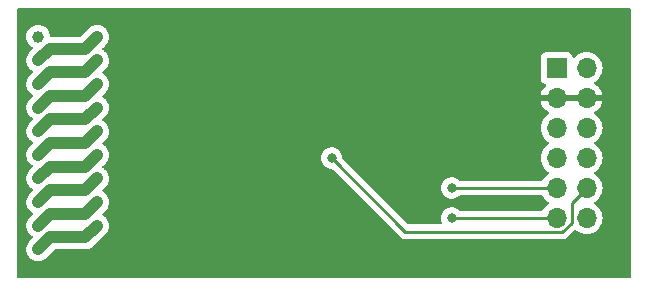
<source format=gbr>
%TF.GenerationSoftware,KiCad,Pcbnew,7.0.1*%
%TF.CreationDate,2023-03-26T17:19:44+02:00*%
%TF.ProjectId,RA01_868_PMOD,52413031-5f38-4363-985f-504d4f442e6b,rev?*%
%TF.SameCoordinates,Original*%
%TF.FileFunction,Copper,L2,Bot*%
%TF.FilePolarity,Positive*%
%FSLAX46Y46*%
G04 Gerber Fmt 4.6, Leading zero omitted, Abs format (unit mm)*
G04 Created by KiCad (PCBNEW 7.0.1) date 2023-03-26 17:19:44*
%MOMM*%
%LPD*%
G01*
G04 APERTURE LIST*
%TA.AperFunction,EtchedComponent*%
%ADD10C,1.000000*%
%TD*%
%TA.AperFunction,ComponentPad*%
%ADD11R,1.700000X1.700000*%
%TD*%
%TA.AperFunction,ComponentPad*%
%ADD12O,1.700000X1.700000*%
%TD*%
%TA.AperFunction,ComponentPad*%
%ADD13C,1.000000*%
%TD*%
%TA.AperFunction,ViaPad*%
%ADD14C,0.800000*%
%TD*%
%TA.AperFunction,Conductor*%
%ADD15C,0.250000*%
%TD*%
G04 APERTURE END LIST*
D10*
%TO.C,AE1*%
X105960000Y-58530000D02*
X106960000Y-57530000D01*
X106960000Y-57530000D02*
X109960000Y-57530000D01*
X109960000Y-57530000D02*
X110960000Y-56530000D01*
X105960000Y-56530000D02*
X106960000Y-55530000D01*
X106960000Y-55530000D02*
X109960000Y-55530000D01*
X109960000Y-55530000D02*
X110960000Y-54530000D01*
X105960000Y-54530000D02*
X106960000Y-53530000D01*
X106960000Y-53530000D02*
X109960000Y-53530000D01*
X109960000Y-53530000D02*
X110960000Y-52530000D01*
X105960000Y-52530000D02*
X106960000Y-51530000D01*
X106960000Y-51530000D02*
X109960000Y-51530000D01*
X109960000Y-51530000D02*
X110960000Y-50530000D01*
X105960000Y-50530000D02*
X106960000Y-49530000D01*
X106960000Y-49530000D02*
X109960000Y-49530000D01*
X109960000Y-49530000D02*
X110960000Y-48530000D01*
X105960000Y-48530000D02*
X106960000Y-47530000D01*
X106960000Y-47530000D02*
X109960000Y-47530000D01*
X109960000Y-47530000D02*
X110960000Y-46530000D01*
X105960000Y-46530000D02*
X106960000Y-45530000D01*
X106960000Y-45530000D02*
X109960000Y-45530000D01*
X109960000Y-45530000D02*
X110960000Y-44530000D01*
X105960000Y-44530000D02*
X106960000Y-43530000D01*
X106960000Y-43530000D02*
X109960000Y-43530000D01*
X109960000Y-43530000D02*
X110960000Y-42530000D01*
X105960000Y-42530000D02*
X106960000Y-41530000D01*
X106960000Y-41530000D02*
X109960000Y-41530000D01*
X109960000Y-41530000D02*
X110960000Y-40530000D01*
%TD*%
D11*
%TO.P,J1,1,Pin_1*%
%TO.N,VCC*%
X149860000Y-43180000D03*
D12*
%TO.P,J1,2,Pin_2*%
X152400000Y-43180000D03*
%TO.P,J1,3,Pin_3*%
%TO.N,GND*%
X149860000Y-45720000D03*
%TO.P,J1,4,Pin_4*%
X152400000Y-45720000D03*
%TO.P,J1,5,Pin_5*%
%TO.N,SCK*%
X149860000Y-48260000D03*
%TO.P,J1,6,Pin_6*%
%TO.N,unconnected-(J1-Pin_6-Pad6)*%
X152400000Y-48260000D03*
%TO.P,J1,7,Pin_7*%
%TO.N,MISO*%
X149860000Y-50800000D03*
%TO.P,J1,8,Pin_8*%
%TO.N,unconnected-(J1-Pin_8-Pad8)*%
X152400000Y-50800000D03*
%TO.P,J1,9,Pin_9*%
%TO.N,MOSI*%
X149860000Y-53340000D03*
%TO.P,J1,10,Pin_10*%
%TO.N,nRESET*%
X152400000Y-53340000D03*
%TO.P,J1,11,Pin_11*%
%TO.N,nCS*%
X149860000Y-55880000D03*
%TO.P,J1,12,Pin_12*%
%TO.N,DIO0*%
X152400000Y-55880000D03*
%TD*%
D13*
%TO.P,AE1,*%
%TO.N,*%
X105960000Y-58530000D03*
X105960000Y-56530000D03*
X110960000Y-56530000D03*
X105960000Y-54530000D03*
X110960000Y-54530000D03*
X105960000Y-52530000D03*
X110960000Y-52530000D03*
X105960000Y-50530000D03*
X110960000Y-50530000D03*
X105960000Y-48530000D03*
X110960000Y-48530000D03*
X105960000Y-46530000D03*
X110960000Y-46530000D03*
X105960000Y-44530000D03*
X110960000Y-44530000D03*
X105960000Y-42530000D03*
X110960000Y-42530000D03*
X105960000Y-40530000D03*
X110960000Y-40530000D03*
%TD*%
D14*
%TO.N,nRESET*%
X130810000Y-50800000D03*
%TO.N,nCS*%
X140970000Y-55880000D03*
%TO.N,MOSI*%
X140970000Y-53340000D03*
%TD*%
D15*
%TO.N,nRESET*%
X151130000Y-54610000D02*
X152400000Y-53340000D01*
X151130000Y-56271701D02*
X151130000Y-54610000D01*
X130810000Y-50800000D02*
X137065000Y-57055000D01*
X137065000Y-57055000D02*
X150346701Y-57055000D01*
X150346701Y-57055000D02*
X151130000Y-56271701D01*
%TO.N,nCS*%
X149860000Y-55880000D02*
X140970000Y-55880000D01*
%TO.N,MOSI*%
X149860000Y-53340000D02*
X140970000Y-53340000D01*
%TD*%
%TA.AperFunction,Conductor*%
%TO.N,GND*%
G36*
X156121500Y-38142381D02*
G01*
X156167619Y-38188500D01*
X156184500Y-38251500D01*
X156184500Y-60808500D01*
X156167619Y-60871500D01*
X156121500Y-60917619D01*
X156058500Y-60934500D01*
X104291500Y-60934500D01*
X104228500Y-60917619D01*
X104182381Y-60871500D01*
X104165500Y-60808500D01*
X104165500Y-58529999D01*
X104954658Y-58529999D01*
X104954678Y-58530194D01*
X104954920Y-58552089D01*
X104954662Y-58555471D01*
X104965491Y-58640504D01*
X104965893Y-58644070D01*
X104973976Y-58726136D01*
X104975074Y-58729756D01*
X104979485Y-58750391D01*
X104980368Y-58757323D01*
X105006940Y-58835062D01*
X105008286Y-58839238D01*
X105031186Y-58914727D01*
X105034662Y-58921231D01*
X105042761Y-58939860D01*
X105046183Y-58949872D01*
X105086025Y-59017553D01*
X105088563Y-59022074D01*
X105124091Y-59088539D01*
X105131045Y-59097014D01*
X105142223Y-59113021D01*
X105149405Y-59125221D01*
X105149409Y-59125225D01*
X105149410Y-59125227D01*
X105199704Y-59180894D01*
X105203569Y-59185382D01*
X105249117Y-59240883D01*
X105249119Y-59240885D01*
X105260360Y-59250111D01*
X105273913Y-59263034D01*
X105282204Y-59272210D01*
X105285821Y-59276213D01*
X105331020Y-59309403D01*
X105343389Y-59318486D01*
X105348735Y-59322638D01*
X105401462Y-59365910D01*
X105417456Y-59374459D01*
X105432631Y-59384017D01*
X105446054Y-59393874D01*
X105449833Y-59396649D01*
X105511491Y-59424980D01*
X105518268Y-59428344D01*
X105575273Y-59458814D01*
X105596063Y-59465120D01*
X105612077Y-59471195D01*
X105634732Y-59481605D01*
X105697364Y-59496139D01*
X105705409Y-59498290D01*
X105763868Y-59516024D01*
X105780865Y-59517697D01*
X105789038Y-59518503D01*
X105805172Y-59521157D01*
X105832946Y-59527603D01*
X105893669Y-59529141D01*
X105902779Y-59529705D01*
X105950458Y-59534401D01*
X105959998Y-59535341D01*
X105959998Y-59535340D01*
X105960000Y-59535341D01*
X105988740Y-59532509D01*
X106004272Y-59531943D01*
X106036363Y-59532757D01*
X106081865Y-59524601D01*
X106092602Y-59522677D01*
X106102481Y-59521308D01*
X106130961Y-59518503D01*
X106156132Y-59516024D01*
X106173689Y-59510697D01*
X106187200Y-59506599D01*
X106201555Y-59503148D01*
X106236650Y-59496859D01*
X106238465Y-59496134D01*
X106286396Y-59476987D01*
X106296530Y-59473433D01*
X106344727Y-59458814D01*
X106376522Y-59441818D01*
X106389156Y-59435940D01*
X106425617Y-59421377D01*
X106467355Y-59393867D01*
X106477280Y-59387961D01*
X106518538Y-59365910D01*
X106549164Y-59340774D01*
X106559755Y-59332971D01*
X106595519Y-59309402D01*
X106628344Y-59276575D01*
X106637475Y-59268299D01*
X106670883Y-59240883D01*
X106698299Y-59207475D01*
X106706574Y-59198345D01*
X107337516Y-58567404D01*
X107378394Y-58540091D01*
X107426612Y-58530500D01*
X109945672Y-58530500D01*
X109948862Y-58530539D01*
X110036363Y-58532757D01*
X110094354Y-58522362D01*
X110103833Y-58521034D01*
X110139656Y-58517390D01*
X110162438Y-58515074D01*
X110191349Y-58506002D01*
X110206824Y-58502204D01*
X110236653Y-58496858D01*
X110291356Y-58475006D01*
X110300374Y-58471796D01*
X110314086Y-58467493D01*
X110356588Y-58454159D01*
X110383089Y-58439448D01*
X110397477Y-58432616D01*
X110425617Y-58421377D01*
X110474830Y-58388942D01*
X110482966Y-58384013D01*
X110534502Y-58355409D01*
X110557493Y-58335670D01*
X110570216Y-58326077D01*
X110595519Y-58309402D01*
X110637197Y-58267722D01*
X110644178Y-58261253D01*
X110688895Y-58222866D01*
X110707440Y-58198905D01*
X110717975Y-58186944D01*
X111628340Y-57276579D01*
X111637469Y-57268303D01*
X111670883Y-57240883D01*
X111698270Y-57207510D01*
X111700597Y-57204945D01*
X111703341Y-57201580D01*
X111734558Y-57163294D01*
X111795910Y-57088538D01*
X111795912Y-57088532D01*
X111798959Y-57084821D01*
X111844337Y-56997949D01*
X111844897Y-56996888D01*
X111888814Y-56914727D01*
X111888815Y-56914721D01*
X111891821Y-56909099D01*
X111893009Y-56906192D01*
X111893907Y-56903051D01*
X111893909Y-56903049D01*
X111919469Y-56813715D01*
X111919992Y-56811940D01*
X111946024Y-56726132D01*
X111946024Y-56726126D01*
X111946868Y-56723346D01*
X111949874Y-56707581D01*
X111949886Y-56707420D01*
X111949887Y-56707418D01*
X111956670Y-56618327D01*
X111956897Y-56615724D01*
X111965341Y-56530000D01*
X111965322Y-56529817D01*
X111965080Y-56507892D01*
X111965337Y-56504523D01*
X111954509Y-56419505D01*
X111954108Y-56415950D01*
X111947867Y-56352582D01*
X111946024Y-56333868D01*
X111944926Y-56330250D01*
X111940511Y-56309591D01*
X111939630Y-56302672D01*
X111939629Y-56302671D01*
X111913048Y-56224907D01*
X111911718Y-56220781D01*
X111891412Y-56153840D01*
X111888814Y-56145273D01*
X111885339Y-56138773D01*
X111877235Y-56120130D01*
X111873816Y-56110128D01*
X111873816Y-56110127D01*
X111833947Y-56042400D01*
X111831429Y-56037915D01*
X111795910Y-55971462D01*
X111788962Y-55962996D01*
X111777779Y-55946984D01*
X111770591Y-55934773D01*
X111770590Y-55934772D01*
X111770589Y-55934770D01*
X111720312Y-55879121D01*
X111716408Y-55874588D01*
X111670882Y-55819116D01*
X111659645Y-55809894D01*
X111646083Y-55796962D01*
X111634179Y-55783786D01*
X111633659Y-55783404D01*
X111576601Y-55741506D01*
X111571252Y-55737352D01*
X111518539Y-55694091D01*
X111518538Y-55694090D01*
X111502536Y-55685537D01*
X111487365Y-55675979D01*
X111470167Y-55663351D01*
X111470166Y-55663350D01*
X111459840Y-55655768D01*
X111461350Y-55653711D01*
X111431004Y-55629603D01*
X111406614Y-55574706D01*
X111410415Y-55514754D01*
X111441540Y-55463379D01*
X111628340Y-55276579D01*
X111637469Y-55268303D01*
X111670883Y-55240883D01*
X111698270Y-55207510D01*
X111700597Y-55204945D01*
X111703341Y-55201580D01*
X111734558Y-55163294D01*
X111795910Y-55088538D01*
X111795912Y-55088532D01*
X111798959Y-55084821D01*
X111844337Y-54997949D01*
X111844897Y-54996888D01*
X111888814Y-54914727D01*
X111888815Y-54914721D01*
X111891821Y-54909099D01*
X111893009Y-54906192D01*
X111893907Y-54903051D01*
X111893909Y-54903049D01*
X111919469Y-54813715D01*
X111919992Y-54811940D01*
X111946024Y-54726132D01*
X111946024Y-54726126D01*
X111946868Y-54723346D01*
X111949874Y-54707581D01*
X111949886Y-54707420D01*
X111949887Y-54707418D01*
X111956670Y-54618327D01*
X111956897Y-54615724D01*
X111965341Y-54530000D01*
X111965322Y-54529817D01*
X111965080Y-54507892D01*
X111965164Y-54506787D01*
X111965337Y-54504523D01*
X111954509Y-54419505D01*
X111954108Y-54415950D01*
X111947867Y-54352582D01*
X111946024Y-54333868D01*
X111944926Y-54330250D01*
X111940511Y-54309591D01*
X111939630Y-54302672D01*
X111920988Y-54248136D01*
X111913048Y-54224907D01*
X111911718Y-54220781D01*
X111905761Y-54201144D01*
X111888814Y-54145273D01*
X111885339Y-54138773D01*
X111877235Y-54120130D01*
X111873816Y-54110128D01*
X111873816Y-54110127D01*
X111833947Y-54042400D01*
X111831429Y-54037915D01*
X111795910Y-53971462D01*
X111788962Y-53962996D01*
X111777779Y-53946984D01*
X111770591Y-53934773D01*
X111770590Y-53934772D01*
X111770589Y-53934770D01*
X111720312Y-53879121D01*
X111716408Y-53874588D01*
X111670882Y-53819116D01*
X111659645Y-53809894D01*
X111646083Y-53796962D01*
X111634179Y-53783786D01*
X111633659Y-53783404D01*
X111576601Y-53741506D01*
X111571252Y-53737352D01*
X111518539Y-53694091D01*
X111518538Y-53694090D01*
X111502536Y-53685537D01*
X111487365Y-53675979D01*
X111470167Y-53663351D01*
X111470166Y-53663350D01*
X111459840Y-53655768D01*
X111461350Y-53653711D01*
X111431004Y-53629603D01*
X111406614Y-53574706D01*
X111410415Y-53514754D01*
X111441540Y-53463379D01*
X111628340Y-53276579D01*
X111637469Y-53268303D01*
X111670883Y-53240883D01*
X111698270Y-53207510D01*
X111700597Y-53204945D01*
X111703341Y-53201580D01*
X111734558Y-53163294D01*
X111795910Y-53088538D01*
X111795912Y-53088532D01*
X111798959Y-53084821D01*
X111844337Y-52997949D01*
X111844897Y-52996888D01*
X111858352Y-52971716D01*
X111888814Y-52914727D01*
X111888815Y-52914721D01*
X111891821Y-52909099D01*
X111893009Y-52906192D01*
X111893907Y-52903051D01*
X111893909Y-52903049D01*
X111919469Y-52813715D01*
X111919992Y-52811940D01*
X111946024Y-52726132D01*
X111946024Y-52726126D01*
X111946868Y-52723346D01*
X111949874Y-52707581D01*
X111949886Y-52707420D01*
X111949887Y-52707418D01*
X111956670Y-52618327D01*
X111956897Y-52615724D01*
X111965341Y-52530000D01*
X111965322Y-52529817D01*
X111965080Y-52507892D01*
X111965337Y-52504523D01*
X111954509Y-52419505D01*
X111954108Y-52415950D01*
X111947867Y-52352582D01*
X111946024Y-52333868D01*
X111944926Y-52330250D01*
X111940511Y-52309591D01*
X111939630Y-52302672D01*
X111913063Y-52224950D01*
X111911715Y-52220770D01*
X111897289Y-52173213D01*
X111888814Y-52145273D01*
X111885339Y-52138773D01*
X111877235Y-52120130D01*
X111873816Y-52110128D01*
X111873816Y-52110127D01*
X111833947Y-52042400D01*
X111831429Y-52037915D01*
X111795910Y-51971462D01*
X111788962Y-51962996D01*
X111777779Y-51946984D01*
X111770591Y-51934773D01*
X111770590Y-51934772D01*
X111770589Y-51934770D01*
X111720312Y-51879121D01*
X111716408Y-51874588D01*
X111670882Y-51819116D01*
X111659645Y-51809894D01*
X111646083Y-51796962D01*
X111634179Y-51783786D01*
X111633659Y-51783404D01*
X111576601Y-51741506D01*
X111571252Y-51737352D01*
X111526348Y-51700500D01*
X111518538Y-51694090D01*
X111502536Y-51685537D01*
X111487365Y-51675979D01*
X111470167Y-51663351D01*
X111470166Y-51663350D01*
X111459840Y-51655768D01*
X111461350Y-51653711D01*
X111431004Y-51629603D01*
X111406614Y-51574706D01*
X111410415Y-51514754D01*
X111441540Y-51463379D01*
X111628340Y-51276579D01*
X111637469Y-51268303D01*
X111670883Y-51240883D01*
X111698270Y-51207510D01*
X111700597Y-51204945D01*
X111703341Y-51201580D01*
X111734558Y-51163294D01*
X111795910Y-51088538D01*
X111795912Y-51088532D01*
X111798959Y-51084821D01*
X111844337Y-50997949D01*
X111844897Y-50996888D01*
X111888814Y-50914727D01*
X111888815Y-50914721D01*
X111891821Y-50909099D01*
X111893009Y-50906192D01*
X111893907Y-50903051D01*
X111893909Y-50903049D01*
X111919469Y-50813715D01*
X111919992Y-50811940D01*
X111923614Y-50800000D01*
X129904540Y-50800000D01*
X129924325Y-50988257D01*
X129982820Y-51168283D01*
X130077465Y-51332214D01*
X130077467Y-51332216D01*
X130204129Y-51472888D01*
X130357270Y-51584151D01*
X130357271Y-51584151D01*
X130357272Y-51584152D01*
X130530192Y-51661142D01*
X130530197Y-51661144D01*
X130715354Y-51700500D01*
X130773720Y-51700500D01*
X130821938Y-51710091D01*
X130862815Y-51737405D01*
X136564039Y-57438630D01*
X136576972Y-57454771D01*
X136579213Y-57456875D01*
X136579214Y-57456877D01*
X136581277Y-57458814D01*
X136628206Y-57502884D01*
X136631017Y-57505608D01*
X136650528Y-57525119D01*
X136650529Y-57525120D01*
X136653628Y-57527524D01*
X136662650Y-57535230D01*
X136694418Y-57565062D01*
X136711832Y-57574635D01*
X136728355Y-57585488D01*
X136744064Y-57597673D01*
X136784066Y-57614983D01*
X136794711Y-57620198D01*
X136800721Y-57623502D01*
X136832909Y-57641198D01*
X136852148Y-57646137D01*
X136870861Y-57652544D01*
X136889101Y-57660437D01*
X136889102Y-57660437D01*
X136889104Y-57660438D01*
X136932155Y-57667256D01*
X136943766Y-57669661D01*
X136985981Y-57680500D01*
X137005856Y-57680500D01*
X137025564Y-57682050D01*
X137045196Y-57685160D01*
X137088579Y-57681058D01*
X137100437Y-57680500D01*
X150263736Y-57680500D01*
X150284293Y-57682769D01*
X150287365Y-57682672D01*
X150287368Y-57682673D01*
X150354542Y-57680561D01*
X150358500Y-57680500D01*
X150386047Y-57680500D01*
X150386051Y-57680500D01*
X150389942Y-57680008D01*
X150401769Y-57679077D01*
X150445328Y-57677709D01*
X150464416Y-57672162D01*
X150483775Y-57668154D01*
X150503493Y-57665664D01*
X150544017Y-57649618D01*
X150555225Y-57645780D01*
X150597091Y-57633618D01*
X150614194Y-57623502D01*
X150631955Y-57614802D01*
X150650430Y-57607487D01*
X150650429Y-57607487D01*
X150650433Y-57607486D01*
X150685702Y-57581860D01*
X150695590Y-57575365D01*
X150733121Y-57553170D01*
X150747170Y-57539120D01*
X150762210Y-57526275D01*
X150767453Y-57522465D01*
X150778288Y-57514594D01*
X150806081Y-57480996D01*
X150814050Y-57472239D01*
X151359261Y-56927028D01*
X151408721Y-56896520D01*
X151466615Y-56891455D01*
X151520625Y-56912912D01*
X151559111Y-56939860D01*
X151722170Y-57054035D01*
X151830566Y-57104581D01*
X151936336Y-57153903D01*
X152019881Y-57176288D01*
X152164592Y-57215063D01*
X152400000Y-57235659D01*
X152635408Y-57215063D01*
X152863663Y-57153903D01*
X153077830Y-57054035D01*
X153271401Y-56918495D01*
X153438495Y-56751401D01*
X153574035Y-56557830D01*
X153673903Y-56343663D01*
X153735063Y-56115408D01*
X153755659Y-55880000D01*
X153735063Y-55644592D01*
X153673903Y-55416337D01*
X153574035Y-55202171D01*
X153438495Y-55008599D01*
X153438494Y-55008598D01*
X153438492Y-55008595D01*
X153271404Y-54841507D01*
X153088181Y-54713212D01*
X153048688Y-54668179D01*
X153034452Y-54609999D01*
X153048689Y-54551818D01*
X153088180Y-54506787D01*
X153271401Y-54378495D01*
X153438495Y-54211401D01*
X153574035Y-54017830D01*
X153673903Y-53803663D01*
X153735063Y-53575408D01*
X153755659Y-53340000D01*
X153735063Y-53104592D01*
X153673903Y-52876337D01*
X153574035Y-52662171D01*
X153438495Y-52468599D01*
X153438494Y-52468598D01*
X153438492Y-52468595D01*
X153271404Y-52301507D01*
X153088181Y-52173213D01*
X153048689Y-52128180D01*
X153034452Y-52070000D01*
X153048689Y-52011820D01*
X153088181Y-51966787D01*
X153104412Y-51955422D01*
X153271401Y-51838495D01*
X153438495Y-51671401D01*
X153574035Y-51477830D01*
X153673903Y-51263663D01*
X153735063Y-51035408D01*
X153755659Y-50800000D01*
X153735063Y-50564592D01*
X153673903Y-50336337D01*
X153574035Y-50122171D01*
X153438495Y-49928599D01*
X153438494Y-49928598D01*
X153438492Y-49928595D01*
X153271404Y-49761507D01*
X153088181Y-49633213D01*
X153048689Y-49588180D01*
X153034452Y-49530000D01*
X153048689Y-49471820D01*
X153088181Y-49426787D01*
X153271401Y-49298495D01*
X153438495Y-49131401D01*
X153574035Y-48937830D01*
X153673903Y-48723663D01*
X153735063Y-48495408D01*
X153755659Y-48260000D01*
X153735063Y-48024592D01*
X153673903Y-47796337D01*
X153574035Y-47582171D01*
X153438495Y-47388599D01*
X153438494Y-47388598D01*
X153438492Y-47388595D01*
X153271404Y-47221507D01*
X153092882Y-47096504D01*
X153051765Y-47048239D01*
X153039361Y-46986060D01*
X153058809Y-46925712D01*
X153105185Y-46882477D01*
X153145298Y-46860769D01*
X153322903Y-46722533D01*
X153475321Y-46556962D01*
X153598419Y-46368548D01*
X153688822Y-46162451D01*
X153736544Y-45974000D01*
X148523455Y-45974000D01*
X148571177Y-46162451D01*
X148661580Y-46368548D01*
X148784678Y-46556962D01*
X148937096Y-46722533D01*
X149114701Y-46860769D01*
X149154815Y-46882477D01*
X149201191Y-46925712D01*
X149220639Y-46986060D01*
X149208235Y-47048239D01*
X149167118Y-47096504D01*
X148988595Y-47221507D01*
X148821507Y-47388595D01*
X148685965Y-47582170D01*
X148586096Y-47796337D01*
X148524937Y-48024590D01*
X148504341Y-48259999D01*
X148524937Y-48495409D01*
X148586096Y-48723663D01*
X148685965Y-48937830D01*
X148821507Y-49131404D01*
X148988595Y-49298492D01*
X148988598Y-49298494D01*
X148988599Y-49298495D01*
X149171819Y-49426787D01*
X149211311Y-49471820D01*
X149225548Y-49530000D01*
X149211311Y-49588180D01*
X149171819Y-49633213D01*
X148988595Y-49761507D01*
X148821507Y-49928595D01*
X148685965Y-50122170D01*
X148586096Y-50336337D01*
X148524937Y-50564590D01*
X148504341Y-50800000D01*
X148524937Y-51035409D01*
X148586096Y-51263663D01*
X148685965Y-51477830D01*
X148821507Y-51671404D01*
X148988595Y-51838492D01*
X149171819Y-51966787D01*
X149211311Y-52011820D01*
X149225548Y-52070000D01*
X149211311Y-52128180D01*
X149171819Y-52173213D01*
X148988595Y-52301507D01*
X148821507Y-52468595D01*
X148686945Y-52660771D01*
X148641912Y-52700263D01*
X148583732Y-52714500D01*
X141674638Y-52714500D01*
X141623389Y-52703606D01*
X141581001Y-52672810D01*
X141575869Y-52667110D01*
X141422727Y-52555847D01*
X141249807Y-52478857D01*
X141249803Y-52478856D01*
X141064646Y-52439500D01*
X140875354Y-52439500D01*
X140738472Y-52468595D01*
X140690192Y-52478857D01*
X140517272Y-52555847D01*
X140364129Y-52667111D01*
X140237465Y-52807785D01*
X140142820Y-52971716D01*
X140084325Y-53151742D01*
X140064540Y-53340000D01*
X140084325Y-53528257D01*
X140142820Y-53708283D01*
X140237465Y-53872214D01*
X140326826Y-53971459D01*
X140364129Y-54012888D01*
X140517270Y-54124151D01*
X140517271Y-54124151D01*
X140517272Y-54124152D01*
X140690192Y-54201142D01*
X140690197Y-54201144D01*
X140875354Y-54240500D01*
X141064644Y-54240500D01*
X141064646Y-54240500D01*
X141249803Y-54201144D01*
X141422730Y-54124151D01*
X141575871Y-54012888D01*
X141581002Y-54007189D01*
X141623389Y-53976394D01*
X141674638Y-53965500D01*
X148583731Y-53965500D01*
X148641911Y-53979737D01*
X148686944Y-54019229D01*
X148821507Y-54211404D01*
X148988595Y-54378492D01*
X148988598Y-54378494D01*
X148988599Y-54378495D01*
X149171819Y-54506787D01*
X149211311Y-54551820D01*
X149225548Y-54610000D01*
X149211311Y-54668180D01*
X149171819Y-54713213D01*
X148988595Y-54841507D01*
X148821507Y-55008595D01*
X148686945Y-55200771D01*
X148641912Y-55240263D01*
X148583732Y-55254500D01*
X141674638Y-55254500D01*
X141623389Y-55243606D01*
X141581001Y-55212810D01*
X141575869Y-55207110D01*
X141446365Y-55113021D01*
X141422730Y-55095849D01*
X141422729Y-55095848D01*
X141422727Y-55095847D01*
X141249807Y-55018857D01*
X141249803Y-55018856D01*
X141064646Y-54979500D01*
X140875354Y-54979500D01*
X140788558Y-54997949D01*
X140690192Y-55018857D01*
X140517272Y-55095847D01*
X140364129Y-55207111D01*
X140237465Y-55347785D01*
X140142820Y-55511716D01*
X140084325Y-55691742D01*
X140064540Y-55880000D01*
X140084325Y-56068257D01*
X140146913Y-56260879D01*
X140144036Y-56261813D01*
X140155208Y-56303491D01*
X140138330Y-56366495D01*
X140092211Y-56412618D01*
X140029208Y-56429500D01*
X137376280Y-56429500D01*
X137328062Y-56419909D01*
X137287185Y-56392595D01*
X131749461Y-50854870D01*
X131724830Y-50820019D01*
X131713247Y-50778949D01*
X131695674Y-50611744D01*
X131695674Y-50611742D01*
X131637179Y-50431716D01*
X131542534Y-50267785D01*
X131415870Y-50127111D01*
X131262727Y-50015847D01*
X131089807Y-49938857D01*
X131089803Y-49938856D01*
X130904646Y-49899500D01*
X130715354Y-49899500D01*
X130578472Y-49928595D01*
X130530192Y-49938857D01*
X130357272Y-50015847D01*
X130204129Y-50127111D01*
X130077465Y-50267785D01*
X129982820Y-50431716D01*
X129924325Y-50611742D01*
X129904540Y-50800000D01*
X111923614Y-50800000D01*
X111946024Y-50726132D01*
X111946024Y-50726126D01*
X111946868Y-50723346D01*
X111949874Y-50707581D01*
X111949886Y-50707420D01*
X111949887Y-50707418D01*
X111956670Y-50618327D01*
X111956897Y-50615724D01*
X111965341Y-50530000D01*
X111965322Y-50529817D01*
X111965080Y-50507892D01*
X111965337Y-50504523D01*
X111954509Y-50419505D01*
X111954108Y-50415950D01*
X111947867Y-50352582D01*
X111946024Y-50333868D01*
X111944926Y-50330250D01*
X111940511Y-50309591D01*
X111939630Y-50302672D01*
X111913048Y-50224907D01*
X111911718Y-50220781D01*
X111891412Y-50153840D01*
X111888814Y-50145273D01*
X111885339Y-50138773D01*
X111877235Y-50120130D01*
X111873816Y-50110128D01*
X111873816Y-50110127D01*
X111833947Y-50042400D01*
X111831429Y-50037915D01*
X111795910Y-49971462D01*
X111788962Y-49962996D01*
X111777779Y-49946984D01*
X111770591Y-49934773D01*
X111770590Y-49934772D01*
X111770589Y-49934770D01*
X111720312Y-49879121D01*
X111716408Y-49874588D01*
X111670882Y-49819116D01*
X111659645Y-49809894D01*
X111646083Y-49796962D01*
X111634179Y-49783786D01*
X111633659Y-49783404D01*
X111576601Y-49741506D01*
X111571252Y-49737352D01*
X111518539Y-49694091D01*
X111518538Y-49694090D01*
X111502536Y-49685537D01*
X111487365Y-49675979D01*
X111470167Y-49663351D01*
X111470166Y-49663350D01*
X111459840Y-49655768D01*
X111461350Y-49653711D01*
X111431004Y-49629603D01*
X111406614Y-49574706D01*
X111410415Y-49514754D01*
X111441540Y-49463379D01*
X111628340Y-49276579D01*
X111637469Y-49268303D01*
X111670883Y-49240883D01*
X111698270Y-49207510D01*
X111700597Y-49204945D01*
X111703341Y-49201580D01*
X111734558Y-49163294D01*
X111795910Y-49088538D01*
X111795912Y-49088532D01*
X111798959Y-49084821D01*
X111844337Y-48997949D01*
X111844897Y-48996888D01*
X111888814Y-48914727D01*
X111888815Y-48914721D01*
X111891821Y-48909099D01*
X111893009Y-48906192D01*
X111893907Y-48903051D01*
X111893909Y-48903049D01*
X111919469Y-48813715D01*
X111919992Y-48811940D01*
X111946024Y-48726132D01*
X111946024Y-48726126D01*
X111946868Y-48723346D01*
X111949874Y-48707581D01*
X111949886Y-48707420D01*
X111949887Y-48707418D01*
X111956670Y-48618327D01*
X111956897Y-48615724D01*
X111965341Y-48530000D01*
X111965322Y-48529817D01*
X111965080Y-48507892D01*
X111965337Y-48504523D01*
X111954509Y-48419505D01*
X111954108Y-48415950D01*
X111947867Y-48352582D01*
X111946024Y-48333868D01*
X111944926Y-48330250D01*
X111940511Y-48309591D01*
X111939630Y-48302672D01*
X111939629Y-48302671D01*
X111913048Y-48224907D01*
X111911718Y-48220781D01*
X111891412Y-48153840D01*
X111888814Y-48145273D01*
X111885339Y-48138773D01*
X111877235Y-48120130D01*
X111873816Y-48110128D01*
X111873816Y-48110127D01*
X111833947Y-48042400D01*
X111831429Y-48037915D01*
X111795910Y-47971462D01*
X111788962Y-47962996D01*
X111777779Y-47946984D01*
X111770591Y-47934773D01*
X111770590Y-47934772D01*
X111770589Y-47934770D01*
X111720312Y-47879121D01*
X111716408Y-47874588D01*
X111670882Y-47819116D01*
X111659645Y-47809894D01*
X111646083Y-47796962D01*
X111634179Y-47783786D01*
X111633659Y-47783404D01*
X111576601Y-47741506D01*
X111571252Y-47737352D01*
X111518539Y-47694091D01*
X111518538Y-47694090D01*
X111502536Y-47685537D01*
X111487365Y-47675979D01*
X111470167Y-47663351D01*
X111470166Y-47663350D01*
X111459840Y-47655768D01*
X111461350Y-47653711D01*
X111431004Y-47629603D01*
X111406614Y-47574706D01*
X111410415Y-47514754D01*
X111441540Y-47463379D01*
X111628340Y-47276579D01*
X111637469Y-47268303D01*
X111670883Y-47240883D01*
X111698270Y-47207510D01*
X111700597Y-47204945D01*
X111703341Y-47201580D01*
X111734558Y-47163294D01*
X111795910Y-47088538D01*
X111795912Y-47088532D01*
X111798959Y-47084821D01*
X111844337Y-46997949D01*
X111844897Y-46996888D01*
X111850685Y-46986060D01*
X111888814Y-46914727D01*
X111888815Y-46914721D01*
X111891821Y-46909099D01*
X111893009Y-46906192D01*
X111893907Y-46903051D01*
X111893909Y-46903049D01*
X111919469Y-46813715D01*
X111919992Y-46811940D01*
X111946024Y-46726132D01*
X111946024Y-46726126D01*
X111946868Y-46723346D01*
X111949874Y-46707581D01*
X111949886Y-46707420D01*
X111949887Y-46707418D01*
X111956670Y-46618327D01*
X111956897Y-46615724D01*
X111965341Y-46530000D01*
X111965322Y-46529817D01*
X111965080Y-46507892D01*
X111965337Y-46504523D01*
X111954509Y-46419505D01*
X111954108Y-46415950D01*
X111950424Y-46378541D01*
X111946024Y-46333868D01*
X111944926Y-46330250D01*
X111940511Y-46309591D01*
X111939630Y-46302672D01*
X111920988Y-46248136D01*
X111913048Y-46224907D01*
X111911718Y-46220781D01*
X111894024Y-46162451D01*
X111888814Y-46145273D01*
X111885339Y-46138773D01*
X111877235Y-46120130D01*
X111873816Y-46110128D01*
X111873816Y-46110127D01*
X111833947Y-46042400D01*
X111831429Y-46037915D01*
X111795910Y-45971462D01*
X111788962Y-45962996D01*
X111777779Y-45946984D01*
X111770591Y-45934773D01*
X111770590Y-45934772D01*
X111770589Y-45934770D01*
X111720312Y-45879121D01*
X111716408Y-45874588D01*
X111670882Y-45819116D01*
X111659645Y-45809894D01*
X111646083Y-45796962D01*
X111634179Y-45783786D01*
X111633659Y-45783404D01*
X111576601Y-45741506D01*
X111571252Y-45737352D01*
X111518539Y-45694091D01*
X111518538Y-45694090D01*
X111502536Y-45685537D01*
X111487365Y-45675979D01*
X111470167Y-45663351D01*
X111470166Y-45663350D01*
X111459840Y-45655768D01*
X111461350Y-45653711D01*
X111431004Y-45629603D01*
X111406614Y-45574706D01*
X111410415Y-45514754D01*
X111441540Y-45463379D01*
X111628340Y-45276579D01*
X111637469Y-45268303D01*
X111670883Y-45240883D01*
X111698270Y-45207510D01*
X111700597Y-45204945D01*
X111703341Y-45201580D01*
X111734558Y-45163294D01*
X111795910Y-45088538D01*
X111795912Y-45088532D01*
X111798959Y-45084821D01*
X111803231Y-45076644D01*
X111844337Y-44997949D01*
X111844897Y-44996888D01*
X111888814Y-44914727D01*
X111888815Y-44914721D01*
X111891821Y-44909099D01*
X111893009Y-44906192D01*
X111893907Y-44903051D01*
X111893909Y-44903049D01*
X111919469Y-44813715D01*
X111919992Y-44811940D01*
X111946024Y-44726132D01*
X111946024Y-44726126D01*
X111946868Y-44723346D01*
X111949874Y-44707581D01*
X111949886Y-44707420D01*
X111949887Y-44707418D01*
X111956670Y-44618327D01*
X111956897Y-44615724D01*
X111965341Y-44530000D01*
X111965322Y-44529817D01*
X111965080Y-44507892D01*
X111965337Y-44504523D01*
X111954509Y-44419505D01*
X111954108Y-44415950D01*
X111946024Y-44333868D01*
X111944926Y-44330250D01*
X111940511Y-44309591D01*
X111939630Y-44302672D01*
X111939629Y-44302671D01*
X111913048Y-44224907D01*
X111911718Y-44220781D01*
X111891412Y-44153840D01*
X111888814Y-44145273D01*
X111885339Y-44138773D01*
X111877235Y-44120130D01*
X111873816Y-44110128D01*
X111873816Y-44110127D01*
X111854830Y-44077874D01*
X148509500Y-44077874D01*
X148515908Y-44137481D01*
X148566204Y-44272331D01*
X148652453Y-44387546D01*
X148724669Y-44441606D01*
X148767669Y-44473796D01*
X148885164Y-44517618D01*
X148935497Y-44552181D01*
X148963671Y-44606351D01*
X148963070Y-44667407D01*
X148933833Y-44721011D01*
X148784676Y-44883040D01*
X148661580Y-45071451D01*
X148571177Y-45277548D01*
X148523455Y-45465999D01*
X148523456Y-45466000D01*
X153736544Y-45466000D01*
X153736544Y-45465999D01*
X153688822Y-45277548D01*
X153598419Y-45071451D01*
X153475321Y-44883037D01*
X153322903Y-44717466D01*
X153145302Y-44579233D01*
X153105183Y-44557522D01*
X153058808Y-44514285D01*
X153039361Y-44453938D01*
X153051766Y-44391759D01*
X153092881Y-44343496D01*
X153271401Y-44218495D01*
X153438495Y-44051401D01*
X153574035Y-43857830D01*
X153673903Y-43643663D01*
X153735063Y-43415408D01*
X153755659Y-43180000D01*
X153735063Y-42944592D01*
X153673903Y-42716337D01*
X153574035Y-42502171D01*
X153438495Y-42308599D01*
X153438494Y-42308598D01*
X153438492Y-42308595D01*
X153271404Y-42141507D01*
X153077830Y-42005965D01*
X152863663Y-41906096D01*
X152635409Y-41844937D01*
X152517704Y-41834639D01*
X152400000Y-41824341D01*
X152399999Y-41824341D01*
X152164590Y-41844937D01*
X151936337Y-41906096D01*
X151722170Y-42005965D01*
X151528598Y-42141505D01*
X151408873Y-42261230D01*
X151355276Y-42293030D01*
X151292994Y-42295254D01*
X151237265Y-42267358D01*
X151201722Y-42216166D01*
X151178476Y-42153840D01*
X151153796Y-42087669D01*
X151116522Y-42037877D01*
X151067546Y-41972453D01*
X150952331Y-41886204D01*
X150877838Y-41858420D01*
X150817483Y-41835909D01*
X150757872Y-41829500D01*
X148962125Y-41829500D01*
X148902518Y-41835908D01*
X148767668Y-41886204D01*
X148652453Y-41972453D01*
X148566204Y-42087668D01*
X148515909Y-42222517D01*
X148509500Y-42282127D01*
X148509500Y-44077874D01*
X111854830Y-44077874D01*
X111833947Y-44042400D01*
X111831429Y-44037915D01*
X111795910Y-43971462D01*
X111788962Y-43962996D01*
X111777779Y-43946984D01*
X111770591Y-43934773D01*
X111770590Y-43934772D01*
X111770589Y-43934770D01*
X111720312Y-43879121D01*
X111716408Y-43874588D01*
X111670882Y-43819116D01*
X111659645Y-43809894D01*
X111646083Y-43796962D01*
X111634179Y-43783786D01*
X111633659Y-43783404D01*
X111576601Y-43741506D01*
X111571252Y-43737352D01*
X111518539Y-43694091D01*
X111518538Y-43694090D01*
X111502536Y-43685537D01*
X111487365Y-43675979D01*
X111470167Y-43663351D01*
X111470166Y-43663350D01*
X111459840Y-43655768D01*
X111461350Y-43653711D01*
X111431004Y-43629603D01*
X111406614Y-43574706D01*
X111410415Y-43514754D01*
X111441540Y-43463379D01*
X111628340Y-43276579D01*
X111637469Y-43268303D01*
X111670883Y-43240883D01*
X111698270Y-43207510D01*
X111700597Y-43204945D01*
X111703341Y-43201580D01*
X111734558Y-43163294D01*
X111795910Y-43088538D01*
X111795912Y-43088532D01*
X111798959Y-43084821D01*
X111844337Y-42997949D01*
X111844897Y-42996888D01*
X111888814Y-42914727D01*
X111888815Y-42914721D01*
X111891821Y-42909099D01*
X111893009Y-42906192D01*
X111893907Y-42903051D01*
X111893909Y-42903049D01*
X111919469Y-42813715D01*
X111919992Y-42811940D01*
X111946024Y-42726132D01*
X111946024Y-42726126D01*
X111946868Y-42723346D01*
X111949874Y-42707581D01*
X111949886Y-42707420D01*
X111949887Y-42707418D01*
X111956670Y-42618327D01*
X111956897Y-42615724D01*
X111965341Y-42530000D01*
X111965322Y-42529817D01*
X111965080Y-42507892D01*
X111965337Y-42504523D01*
X111954509Y-42419505D01*
X111954108Y-42415950D01*
X111947867Y-42352582D01*
X111946024Y-42333868D01*
X111944926Y-42330250D01*
X111940511Y-42309591D01*
X111939630Y-42302672D01*
X111936334Y-42293030D01*
X111913048Y-42224907D01*
X111911718Y-42220781D01*
X111910318Y-42216166D01*
X111888814Y-42145273D01*
X111885339Y-42138773D01*
X111877235Y-42120130D01*
X111873816Y-42110128D01*
X111873816Y-42110127D01*
X111833947Y-42042400D01*
X111831429Y-42037915D01*
X111795910Y-41971462D01*
X111788962Y-41962996D01*
X111777779Y-41946984D01*
X111770591Y-41934773D01*
X111770590Y-41934772D01*
X111770589Y-41934770D01*
X111720312Y-41879121D01*
X111716408Y-41874588D01*
X111670882Y-41819116D01*
X111659645Y-41809894D01*
X111646083Y-41796962D01*
X111634179Y-41783786D01*
X111633659Y-41783404D01*
X111576601Y-41741506D01*
X111571252Y-41737352D01*
X111518539Y-41694091D01*
X111518538Y-41694090D01*
X111502536Y-41685537D01*
X111487365Y-41675979D01*
X111470167Y-41663351D01*
X111470166Y-41663350D01*
X111459840Y-41655768D01*
X111461350Y-41653711D01*
X111431004Y-41629603D01*
X111406614Y-41574706D01*
X111410415Y-41514754D01*
X111441540Y-41463379D01*
X111628340Y-41276579D01*
X111637469Y-41268303D01*
X111670883Y-41240883D01*
X111698270Y-41207510D01*
X111700597Y-41204945D01*
X111703341Y-41201580D01*
X111734558Y-41163294D01*
X111795910Y-41088538D01*
X111795912Y-41088532D01*
X111798959Y-41084821D01*
X111844337Y-40997949D01*
X111844897Y-40996888D01*
X111888814Y-40914727D01*
X111888815Y-40914721D01*
X111891821Y-40909099D01*
X111893009Y-40906192D01*
X111893907Y-40903051D01*
X111893909Y-40903049D01*
X111919469Y-40813715D01*
X111919992Y-40811940D01*
X111946024Y-40726132D01*
X111946024Y-40726126D01*
X111946868Y-40723346D01*
X111949874Y-40707581D01*
X111949886Y-40707420D01*
X111949887Y-40707418D01*
X111956670Y-40618327D01*
X111956897Y-40615724D01*
X111965341Y-40530000D01*
X111965322Y-40529817D01*
X111965080Y-40507892D01*
X111965337Y-40504523D01*
X111954509Y-40419505D01*
X111954108Y-40415950D01*
X111946024Y-40333870D01*
X111946024Y-40333868D01*
X111944926Y-40330250D01*
X111940511Y-40309591D01*
X111939630Y-40302672D01*
X111913048Y-40224907D01*
X111911718Y-40220781D01*
X111888813Y-40145271D01*
X111885341Y-40138776D01*
X111877235Y-40120130D01*
X111873816Y-40110128D01*
X111873816Y-40110127D01*
X111833947Y-40042400D01*
X111831429Y-40037915D01*
X111795910Y-39971462D01*
X111788962Y-39962996D01*
X111777779Y-39946984D01*
X111770591Y-39934773D01*
X111770590Y-39934772D01*
X111770589Y-39934770D01*
X111720312Y-39879121D01*
X111716408Y-39874588D01*
X111681221Y-39831714D01*
X111670883Y-39819117D01*
X111659645Y-39809894D01*
X111646083Y-39796962D01*
X111634179Y-39783786D01*
X111588982Y-39750598D01*
X111576601Y-39741506D01*
X111571252Y-39737352D01*
X111518539Y-39694091D01*
X111518538Y-39694090D01*
X111502536Y-39685537D01*
X111487365Y-39675979D01*
X111473952Y-39666130D01*
X111470165Y-39663349D01*
X111408520Y-39635025D01*
X111401732Y-39631655D01*
X111344730Y-39601187D01*
X111344723Y-39601185D01*
X111323949Y-39594882D01*
X111307929Y-39588804D01*
X111285270Y-39578394D01*
X111222654Y-39563863D01*
X111214563Y-39561700D01*
X111156130Y-39543975D01*
X111130954Y-39541495D01*
X111114829Y-39538841D01*
X111087058Y-39532397D01*
X111034909Y-39531075D01*
X111026346Y-39530857D01*
X111017194Y-39530291D01*
X111010073Y-39529589D01*
X110959998Y-39524658D01*
X110931262Y-39527488D01*
X110915727Y-39528055D01*
X110883636Y-39527242D01*
X110827396Y-39537322D01*
X110817520Y-39538691D01*
X110763869Y-39543975D01*
X110732794Y-39553401D01*
X110718454Y-39556848D01*
X110683350Y-39563140D01*
X110633611Y-39583007D01*
X110623454Y-39586568D01*
X110575275Y-39601184D01*
X110543486Y-39618175D01*
X110530836Y-39624060D01*
X110494384Y-39638621D01*
X110465972Y-39657345D01*
X110456861Y-39663351D01*
X110452644Y-39666130D01*
X110442707Y-39672043D01*
X110401462Y-39694089D01*
X110370831Y-39719227D01*
X110360240Y-39727030D01*
X110324481Y-39750598D01*
X110291667Y-39783411D01*
X110282513Y-39791708D01*
X110249114Y-39819119D01*
X110221709Y-39852511D01*
X110213409Y-39861669D01*
X109582485Y-40492595D01*
X109541607Y-40519909D01*
X109493389Y-40529500D01*
X107079492Y-40529500D01*
X107020096Y-40514622D01*
X106974727Y-40473502D01*
X106954099Y-40415850D01*
X106946024Y-40333867D01*
X106917419Y-40239570D01*
X106888814Y-40145273D01*
X106795910Y-39971462D01*
X106765800Y-39934773D01*
X106670883Y-39819116D01*
X106518537Y-39694089D01*
X106344725Y-39601185D01*
X106156132Y-39543975D01*
X105960000Y-39524658D01*
X105763867Y-39543975D01*
X105575274Y-39601185D01*
X105401462Y-39694089D01*
X105249116Y-39819116D01*
X105124089Y-39971462D01*
X105031185Y-40145274D01*
X104973975Y-40333867D01*
X104954658Y-40530000D01*
X104973975Y-40726132D01*
X105031185Y-40914725D01*
X105124089Y-41088537D01*
X105249116Y-41240883D01*
X105401459Y-41365908D01*
X105401460Y-41365908D01*
X105401462Y-41365910D01*
X105452157Y-41393007D01*
X105495775Y-41431575D01*
X105517396Y-41485639D01*
X105512401Y-41543652D01*
X105481855Y-41593223D01*
X105291674Y-41783404D01*
X105282516Y-41791705D01*
X105249120Y-41819114D01*
X105249118Y-41819115D01*
X105249117Y-41819117D01*
X105235336Y-41835909D01*
X105221693Y-41852532D01*
X105219362Y-41855104D01*
X105185690Y-41896398D01*
X105185442Y-41896702D01*
X105121042Y-41975175D01*
X105075678Y-42062019D01*
X105075120Y-42063074D01*
X105028200Y-42150857D01*
X105026981Y-42153840D01*
X105000546Y-42246224D01*
X104999982Y-42248136D01*
X104973137Y-42336630D01*
X104970124Y-42352424D01*
X104963333Y-42441606D01*
X104963090Y-42444386D01*
X104954659Y-42529997D01*
X104954678Y-42530194D01*
X104954920Y-42552089D01*
X104954662Y-42555471D01*
X104965491Y-42640504D01*
X104965893Y-42644070D01*
X104973976Y-42726136D01*
X104975074Y-42729756D01*
X104979485Y-42750391D01*
X104980368Y-42757323D01*
X105006940Y-42835062D01*
X105008286Y-42839238D01*
X105031186Y-42914727D01*
X105034662Y-42921231D01*
X105042761Y-42939860D01*
X105046183Y-42949872D01*
X105086025Y-43017553D01*
X105088563Y-43022074D01*
X105111230Y-43064480D01*
X105123336Y-43087128D01*
X105124091Y-43088539D01*
X105131045Y-43097014D01*
X105142223Y-43113021D01*
X105149405Y-43125221D01*
X105149409Y-43125225D01*
X105149410Y-43125227D01*
X105199704Y-43180894D01*
X105203569Y-43185382D01*
X105249115Y-43240880D01*
X105249119Y-43240885D01*
X105260360Y-43250111D01*
X105273913Y-43263034D01*
X105282204Y-43272210D01*
X105285821Y-43276213D01*
X105342964Y-43318174D01*
X105343389Y-43318486D01*
X105348735Y-43322638D01*
X105401462Y-43365910D01*
X105417456Y-43374459D01*
X105432632Y-43384018D01*
X105460160Y-43404232D01*
X105458649Y-43406289D01*
X105488993Y-43430395D01*
X105513384Y-43485292D01*
X105509583Y-43545244D01*
X105478456Y-43596622D01*
X105291674Y-43783404D01*
X105282516Y-43791705D01*
X105249120Y-43819114D01*
X105249118Y-43819115D01*
X105249117Y-43819117D01*
X105244565Y-43824664D01*
X105221693Y-43852532D01*
X105219362Y-43855104D01*
X105185690Y-43896398D01*
X105185442Y-43896702D01*
X105121042Y-43975175D01*
X105075678Y-44062019D01*
X105075120Y-44063074D01*
X105028200Y-44150857D01*
X105026981Y-44153840D01*
X105000546Y-44246224D01*
X104999982Y-44248136D01*
X104973137Y-44336630D01*
X104970124Y-44352424D01*
X104963333Y-44441606D01*
X104963090Y-44444386D01*
X104954659Y-44529997D01*
X104954678Y-44530194D01*
X104954920Y-44552089D01*
X104954662Y-44555471D01*
X104965491Y-44640504D01*
X104965893Y-44644070D01*
X104973976Y-44726136D01*
X104975074Y-44729756D01*
X104979485Y-44750391D01*
X104980368Y-44757323D01*
X105006940Y-44835062D01*
X105008286Y-44839238D01*
X105031186Y-44914727D01*
X105034662Y-44921231D01*
X105042761Y-44939860D01*
X105046183Y-44949872D01*
X105086025Y-45017553D01*
X105088563Y-45022074D01*
X105109615Y-45061458D01*
X105123336Y-45087128D01*
X105124091Y-45088539D01*
X105131045Y-45097014D01*
X105142223Y-45113021D01*
X105149405Y-45125221D01*
X105149409Y-45125225D01*
X105149410Y-45125227D01*
X105199704Y-45180894D01*
X105203569Y-45185382D01*
X105249115Y-45240880D01*
X105249119Y-45240885D01*
X105260360Y-45250111D01*
X105273913Y-45263034D01*
X105282204Y-45272210D01*
X105285821Y-45276213D01*
X105342964Y-45318174D01*
X105343389Y-45318486D01*
X105348735Y-45322638D01*
X105401462Y-45365910D01*
X105417456Y-45374459D01*
X105432632Y-45384018D01*
X105460160Y-45404232D01*
X105458649Y-45406289D01*
X105488993Y-45430395D01*
X105513384Y-45485292D01*
X105509583Y-45545244D01*
X105478456Y-45596622D01*
X105291674Y-45783404D01*
X105282516Y-45791705D01*
X105249120Y-45819114D01*
X105249118Y-45819115D01*
X105249117Y-45819117D01*
X105223298Y-45850575D01*
X105221693Y-45852532D01*
X105219362Y-45855104D01*
X105185690Y-45896398D01*
X105185442Y-45896702D01*
X105121042Y-45975175D01*
X105075678Y-46062019D01*
X105075120Y-46063074D01*
X105028200Y-46150857D01*
X105026981Y-46153840D01*
X105000546Y-46246224D01*
X104999982Y-46248136D01*
X104973137Y-46336630D01*
X104970124Y-46352424D01*
X104963333Y-46441606D01*
X104963090Y-46444386D01*
X104954659Y-46529997D01*
X104954678Y-46530194D01*
X104954920Y-46552089D01*
X104954662Y-46555471D01*
X104965491Y-46640504D01*
X104965893Y-46644070D01*
X104973976Y-46726136D01*
X104975074Y-46729756D01*
X104979485Y-46750391D01*
X104980368Y-46757323D01*
X105006940Y-46835062D01*
X105008284Y-46839232D01*
X105021403Y-46882477D01*
X105031186Y-46914727D01*
X105034662Y-46921231D01*
X105042761Y-46939860D01*
X105046183Y-46949872D01*
X105086025Y-47017553D01*
X105088563Y-47022074D01*
X105102549Y-47048239D01*
X105123336Y-47087128D01*
X105124091Y-47088539D01*
X105131045Y-47097014D01*
X105142223Y-47113021D01*
X105149405Y-47125221D01*
X105149409Y-47125225D01*
X105149410Y-47125227D01*
X105199704Y-47180894D01*
X105203569Y-47185382D01*
X105233216Y-47221507D01*
X105249119Y-47240885D01*
X105260360Y-47250111D01*
X105273913Y-47263034D01*
X105282204Y-47272210D01*
X105285821Y-47276213D01*
X105342964Y-47318174D01*
X105343389Y-47318486D01*
X105348735Y-47322638D01*
X105401462Y-47365910D01*
X105417456Y-47374459D01*
X105432631Y-47384017D01*
X105438870Y-47388599D01*
X105460160Y-47404232D01*
X105458649Y-47406289D01*
X105488993Y-47430395D01*
X105513384Y-47485292D01*
X105509583Y-47545244D01*
X105478456Y-47596622D01*
X105291674Y-47783404D01*
X105282516Y-47791705D01*
X105249120Y-47819114D01*
X105249118Y-47819115D01*
X105249117Y-47819117D01*
X105223298Y-47850575D01*
X105221693Y-47852532D01*
X105219362Y-47855104D01*
X105185690Y-47896398D01*
X105185442Y-47896702D01*
X105121042Y-47975175D01*
X105075678Y-48062019D01*
X105075120Y-48063074D01*
X105028200Y-48150857D01*
X105026981Y-48153840D01*
X105000546Y-48246224D01*
X104999982Y-48248136D01*
X104973137Y-48336630D01*
X104970124Y-48352424D01*
X104963333Y-48441606D01*
X104963090Y-48444386D01*
X104954659Y-48529997D01*
X104954678Y-48530194D01*
X104954920Y-48552089D01*
X104954662Y-48555471D01*
X104965491Y-48640504D01*
X104965893Y-48644070D01*
X104973976Y-48726136D01*
X104975074Y-48729756D01*
X104979485Y-48750391D01*
X104980368Y-48757323D01*
X105006940Y-48835062D01*
X105008286Y-48839238D01*
X105031186Y-48914727D01*
X105034662Y-48921231D01*
X105042761Y-48939860D01*
X105046183Y-48949872D01*
X105086025Y-49017553D01*
X105088563Y-49022074D01*
X105111230Y-49064480D01*
X105123336Y-49087128D01*
X105124091Y-49088539D01*
X105131045Y-49097014D01*
X105142223Y-49113021D01*
X105149405Y-49125221D01*
X105149409Y-49125225D01*
X105149410Y-49125227D01*
X105199704Y-49180894D01*
X105203569Y-49185382D01*
X105249115Y-49240880D01*
X105249119Y-49240885D01*
X105260360Y-49250111D01*
X105273913Y-49263034D01*
X105282204Y-49272210D01*
X105285821Y-49276213D01*
X105316161Y-49298492D01*
X105343389Y-49318486D01*
X105348735Y-49322638D01*
X105401462Y-49365910D01*
X105417456Y-49374459D01*
X105432632Y-49384018D01*
X105460160Y-49404232D01*
X105458649Y-49406289D01*
X105488993Y-49430395D01*
X105513384Y-49485292D01*
X105509583Y-49545244D01*
X105478456Y-49596622D01*
X105291674Y-49783404D01*
X105282516Y-49791705D01*
X105249120Y-49819114D01*
X105249118Y-49819115D01*
X105249117Y-49819117D01*
X105223298Y-49850575D01*
X105221693Y-49852532D01*
X105219362Y-49855104D01*
X105185690Y-49896398D01*
X105185442Y-49896702D01*
X105121042Y-49975175D01*
X105075678Y-50062019D01*
X105075120Y-50063074D01*
X105028200Y-50150857D01*
X105026981Y-50153840D01*
X105000546Y-50246224D01*
X104999982Y-50248136D01*
X104973137Y-50336630D01*
X104970124Y-50352424D01*
X104963333Y-50441606D01*
X104963090Y-50444386D01*
X104954659Y-50529997D01*
X104954678Y-50530194D01*
X104954920Y-50552089D01*
X104954662Y-50555471D01*
X104965491Y-50640504D01*
X104965893Y-50644070D01*
X104973976Y-50726136D01*
X104975074Y-50729756D01*
X104979485Y-50750391D01*
X104980368Y-50757323D01*
X105006940Y-50835062D01*
X105008286Y-50839238D01*
X105031186Y-50914727D01*
X105034662Y-50921231D01*
X105042761Y-50939860D01*
X105046183Y-50949872D01*
X105086025Y-51017553D01*
X105088563Y-51022074D01*
X105111230Y-51064480D01*
X105123336Y-51087128D01*
X105124091Y-51088539D01*
X105131045Y-51097014D01*
X105142223Y-51113021D01*
X105149405Y-51125221D01*
X105149409Y-51125225D01*
X105149410Y-51125227D01*
X105199704Y-51180894D01*
X105203569Y-51185382D01*
X105249115Y-51240880D01*
X105249119Y-51240885D01*
X105260360Y-51250111D01*
X105273913Y-51263034D01*
X105282204Y-51272210D01*
X105285821Y-51276213D01*
X105342964Y-51318174D01*
X105343389Y-51318486D01*
X105348735Y-51322638D01*
X105401462Y-51365910D01*
X105417456Y-51374459D01*
X105432632Y-51384018D01*
X105460160Y-51404232D01*
X105458649Y-51406289D01*
X105488993Y-51430395D01*
X105513384Y-51485292D01*
X105509583Y-51545244D01*
X105478456Y-51596622D01*
X105291674Y-51783404D01*
X105282516Y-51791705D01*
X105249120Y-51819114D01*
X105249118Y-51819115D01*
X105249117Y-51819117D01*
X105223298Y-51850575D01*
X105221693Y-51852532D01*
X105219362Y-51855104D01*
X105185690Y-51896398D01*
X105185442Y-51896702D01*
X105121042Y-51975175D01*
X105075678Y-52062019D01*
X105075120Y-52063074D01*
X105028200Y-52150857D01*
X105026981Y-52153840D01*
X105000546Y-52246224D01*
X104999982Y-52248136D01*
X104973137Y-52336630D01*
X104970124Y-52352424D01*
X104963333Y-52441606D01*
X104963090Y-52444386D01*
X104954659Y-52529997D01*
X104954678Y-52530194D01*
X104954920Y-52552089D01*
X104954662Y-52555471D01*
X104965491Y-52640504D01*
X104965893Y-52644070D01*
X104973976Y-52726136D01*
X104975074Y-52729756D01*
X104979485Y-52750391D01*
X104980368Y-52757323D01*
X105006940Y-52835062D01*
X105008286Y-52839238D01*
X105031186Y-52914727D01*
X105034662Y-52921231D01*
X105042761Y-52939860D01*
X105046183Y-52949872D01*
X105086025Y-53017553D01*
X105088563Y-53022074D01*
X105111230Y-53064480D01*
X105123336Y-53087128D01*
X105124091Y-53088539D01*
X105131045Y-53097014D01*
X105142223Y-53113021D01*
X105149405Y-53125221D01*
X105149409Y-53125225D01*
X105149410Y-53125227D01*
X105199704Y-53180894D01*
X105203569Y-53185382D01*
X105249115Y-53240880D01*
X105249119Y-53240885D01*
X105260360Y-53250111D01*
X105273913Y-53263034D01*
X105282204Y-53272210D01*
X105285821Y-53276213D01*
X105342964Y-53318174D01*
X105343389Y-53318486D01*
X105348735Y-53322638D01*
X105401462Y-53365910D01*
X105417456Y-53374459D01*
X105432632Y-53384018D01*
X105460160Y-53404232D01*
X105458649Y-53406289D01*
X105488993Y-53430395D01*
X105513384Y-53485292D01*
X105509583Y-53545244D01*
X105478456Y-53596622D01*
X105291674Y-53783404D01*
X105282516Y-53791705D01*
X105249120Y-53819114D01*
X105249118Y-53819115D01*
X105249117Y-53819117D01*
X105223298Y-53850575D01*
X105221693Y-53852532D01*
X105219362Y-53855104D01*
X105185690Y-53896398D01*
X105185442Y-53896702D01*
X105121042Y-53975175D01*
X105075678Y-54062019D01*
X105075120Y-54063074D01*
X105028200Y-54150857D01*
X105026981Y-54153840D01*
X105000546Y-54246224D01*
X104999982Y-54248136D01*
X104973137Y-54336630D01*
X104970124Y-54352424D01*
X104963333Y-54441606D01*
X104963090Y-54444386D01*
X104954659Y-54529997D01*
X104954678Y-54530194D01*
X104954920Y-54552089D01*
X104954662Y-54555471D01*
X104965491Y-54640504D01*
X104965893Y-54644070D01*
X104973976Y-54726136D01*
X104975074Y-54729756D01*
X104979485Y-54750391D01*
X104980368Y-54757323D01*
X105006940Y-54835062D01*
X105008286Y-54839238D01*
X105031186Y-54914727D01*
X105034662Y-54921231D01*
X105042761Y-54939860D01*
X105046183Y-54949872D01*
X105086025Y-55017553D01*
X105088563Y-55022074D01*
X105111230Y-55064480D01*
X105123336Y-55087128D01*
X105124091Y-55088539D01*
X105131045Y-55097014D01*
X105142223Y-55113021D01*
X105149405Y-55125221D01*
X105149409Y-55125225D01*
X105149410Y-55125227D01*
X105199704Y-55180894D01*
X105203569Y-55185382D01*
X105249115Y-55240880D01*
X105249119Y-55240885D01*
X105260360Y-55250111D01*
X105273913Y-55263034D01*
X105282204Y-55272210D01*
X105285821Y-55276213D01*
X105342964Y-55318174D01*
X105343389Y-55318486D01*
X105348735Y-55322638D01*
X105401462Y-55365910D01*
X105417456Y-55374459D01*
X105432632Y-55384018D01*
X105460160Y-55404232D01*
X105458649Y-55406289D01*
X105488993Y-55430395D01*
X105513384Y-55485292D01*
X105509583Y-55545244D01*
X105478456Y-55596622D01*
X105291674Y-55783404D01*
X105282516Y-55791705D01*
X105249120Y-55819114D01*
X105249118Y-55819115D01*
X105249117Y-55819117D01*
X105223298Y-55850575D01*
X105221693Y-55852532D01*
X105219362Y-55855104D01*
X105185690Y-55896398D01*
X105185442Y-55896702D01*
X105121042Y-55975175D01*
X105075678Y-56062019D01*
X105075120Y-56063074D01*
X105028200Y-56150857D01*
X105026981Y-56153840D01*
X105000546Y-56246224D01*
X104999982Y-56248136D01*
X104973137Y-56336630D01*
X104970124Y-56352424D01*
X104963333Y-56441606D01*
X104963090Y-56444386D01*
X104954659Y-56529997D01*
X104954678Y-56530194D01*
X104954920Y-56552089D01*
X104954662Y-56555471D01*
X104965491Y-56640504D01*
X104965893Y-56644070D01*
X104973976Y-56726136D01*
X104975074Y-56729756D01*
X104979485Y-56750391D01*
X104980368Y-56757323D01*
X105006940Y-56835062D01*
X105008286Y-56839238D01*
X105031186Y-56914727D01*
X105034662Y-56921231D01*
X105042761Y-56939860D01*
X105046183Y-56949872D01*
X105086025Y-57017553D01*
X105088563Y-57022074D01*
X105111230Y-57064480D01*
X105123336Y-57087128D01*
X105124091Y-57088539D01*
X105131045Y-57097014D01*
X105142223Y-57113021D01*
X105149405Y-57125221D01*
X105149409Y-57125225D01*
X105149410Y-57125227D01*
X105199704Y-57180894D01*
X105203569Y-57185382D01*
X105244829Y-57235658D01*
X105249119Y-57240885D01*
X105260360Y-57250111D01*
X105273913Y-57263034D01*
X105282204Y-57272210D01*
X105285821Y-57276213D01*
X105342964Y-57318174D01*
X105343389Y-57318486D01*
X105348735Y-57322638D01*
X105401462Y-57365910D01*
X105417456Y-57374459D01*
X105432632Y-57384018D01*
X105460160Y-57404232D01*
X105458649Y-57406289D01*
X105488993Y-57430395D01*
X105513384Y-57485292D01*
X105509583Y-57545244D01*
X105478456Y-57596622D01*
X105291674Y-57783404D01*
X105282516Y-57791705D01*
X105249120Y-57819114D01*
X105249118Y-57819115D01*
X105249117Y-57819117D01*
X105223298Y-57850575D01*
X105221693Y-57852532D01*
X105219362Y-57855104D01*
X105185690Y-57896398D01*
X105185442Y-57896702D01*
X105121042Y-57975175D01*
X105075678Y-58062019D01*
X105075120Y-58063074D01*
X105028200Y-58150857D01*
X105026981Y-58153840D01*
X105000546Y-58246224D01*
X104999982Y-58248136D01*
X104973137Y-58336630D01*
X104970124Y-58352424D01*
X104963333Y-58441606D01*
X104963090Y-58444386D01*
X104954658Y-58529999D01*
X104165500Y-58529999D01*
X104165500Y-38251500D01*
X104182381Y-38188500D01*
X104228500Y-38142381D01*
X104291500Y-38125500D01*
X156058500Y-38125500D01*
X156121500Y-38142381D01*
G37*
%TD.AperFunction*%
%TD*%
M02*

</source>
